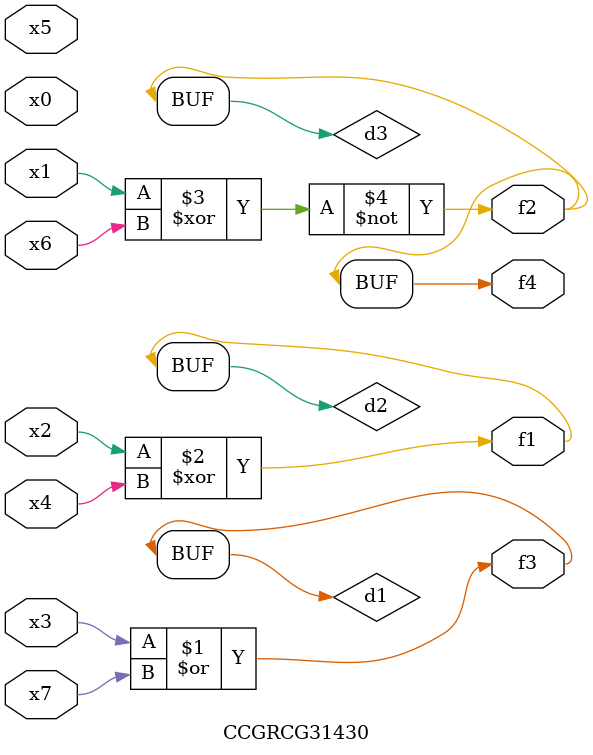
<source format=v>
module CCGRCG31430(
	input x0, x1, x2, x3, x4, x5, x6, x7,
	output f1, f2, f3, f4
);

	wire d1, d2, d3;

	or (d1, x3, x7);
	xor (d2, x2, x4);
	xnor (d3, x1, x6);
	assign f1 = d2;
	assign f2 = d3;
	assign f3 = d1;
	assign f4 = d3;
endmodule

</source>
